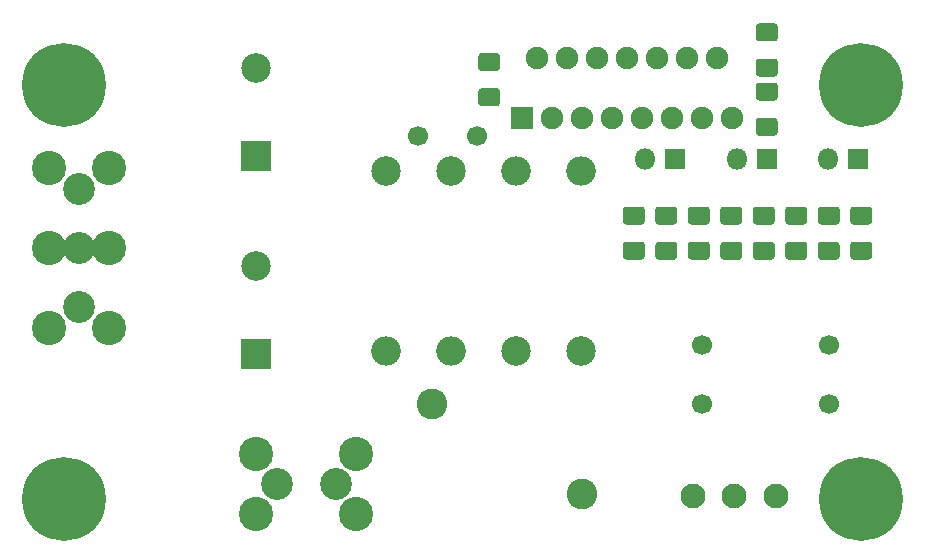
<source format=gbr>
%TF.GenerationSoftware,KiCad,Pcbnew,(5.1.6-0)*%
%TF.CreationDate,2023-05-08T15:40:48-07:00*%
%TF.ProjectId,LM1876x2_bal,4c4d3138-3736-4783-925f-62616c2e6b69,rev?*%
%TF.SameCoordinates,Original*%
%TF.FileFunction,Soldermask,Top*%
%TF.FilePolarity,Negative*%
%FSLAX46Y46*%
G04 Gerber Fmt 4.6, Leading zero omitted, Abs format (unit mm)*
G04 Created by KiCad (PCBNEW (5.1.6-0)) date 2023-05-08 15:40:48*
%MOMM*%
%LPD*%
G01*
G04 APERTURE LIST*
%ADD10O,1.800000X1.800000*%
%ADD11R,1.800000X1.800000*%
%ADD12C,2.700000*%
%ADD13O,2.500000X2.500000*%
%ADD14C,2.500000*%
%ADD15C,0.900000*%
%ADD16C,7.100000*%
%ADD17O,1.900000X1.900000*%
%ADD18R,1.900000X1.900000*%
%ADD19C,2.600000*%
%ADD20C,2.900000*%
%ADD21C,2.100000*%
%ADD22C,1.700000*%
%ADD23R,2.500000X2.500000*%
G04 APERTURE END LIST*
D10*
%TO.C,J11*%
X145960000Y-67500000D03*
D11*
X148500000Y-67500000D03*
%TD*%
D10*
%TO.C,J10*%
X138210000Y-67500000D03*
D11*
X140750000Y-67500000D03*
%TD*%
D10*
%TO.C,J9*%
X130460000Y-67500000D03*
D11*
X133000000Y-67500000D03*
%TD*%
%TO.C,R4*%
G36*
G01*
X142592544Y-74475000D02*
X143907456Y-74475000D01*
G75*
G02*
X144175000Y-74742544I0J-267544D01*
G01*
X144175000Y-75732456D01*
G75*
G02*
X143907456Y-76000000I-267544J0D01*
G01*
X142592544Y-76000000D01*
G75*
G02*
X142325000Y-75732456I0J267544D01*
G01*
X142325000Y-74742544D01*
G75*
G02*
X142592544Y-74475000I267544J0D01*
G01*
G37*
G36*
G01*
X142592544Y-71500000D02*
X143907456Y-71500000D01*
G75*
G02*
X144175000Y-71767544I0J-267544D01*
G01*
X144175000Y-72757456D01*
G75*
G02*
X143907456Y-73025000I-267544J0D01*
G01*
X142592544Y-73025000D01*
G75*
G02*
X142325000Y-72757456I0J267544D01*
G01*
X142325000Y-71767544D01*
G75*
G02*
X142592544Y-71500000I267544J0D01*
G01*
G37*
%TD*%
D12*
%TO.C,J2*%
X104250000Y-95000000D03*
X99250000Y-95000000D03*
%TD*%
D13*
%TO.C,R9*%
X125000000Y-68510000D03*
D14*
X125000000Y-83750000D03*
%TD*%
D15*
%TO.C,H4*%
X150606155Y-94393845D03*
X148750000Y-93625000D03*
X146893845Y-94393845D03*
X146125000Y-96250000D03*
X146893845Y-98106155D03*
X148750000Y-98875000D03*
X150606155Y-98106155D03*
X151375000Y-96250000D03*
D16*
X148750000Y-96250000D03*
%TD*%
D15*
%TO.C,H3*%
X150606155Y-59393845D03*
X148750000Y-58625000D03*
X146893845Y-59393845D03*
X146125000Y-61250000D03*
X146893845Y-63106155D03*
X148750000Y-63875000D03*
X150606155Y-63106155D03*
X151375000Y-61250000D03*
D16*
X148750000Y-61250000D03*
%TD*%
D15*
%TO.C,H2*%
X83106155Y-59393845D03*
X81250000Y-58625000D03*
X79393845Y-59393845D03*
X78625000Y-61250000D03*
X79393845Y-63106155D03*
X81250000Y-63875000D03*
X83106155Y-63106155D03*
X83875000Y-61250000D03*
D16*
X81250000Y-61250000D03*
%TD*%
D15*
%TO.C,H1*%
X83106155Y-94393845D03*
X81250000Y-93625000D03*
X79393845Y-94393845D03*
X78625000Y-96250000D03*
X79393845Y-98106155D03*
X81250000Y-98875000D03*
X83106155Y-98106155D03*
X83875000Y-96250000D03*
D16*
X81250000Y-96250000D03*
%TD*%
D17*
%TO.C,U1*%
X137780000Y-64000000D03*
X136510000Y-58920000D03*
X135240000Y-64000000D03*
X133970000Y-58920000D03*
X132700000Y-64000000D03*
X131430000Y-58920000D03*
X130160000Y-64000000D03*
X128890000Y-58920000D03*
X127620000Y-64000000D03*
X126350000Y-58920000D03*
X125080000Y-64000000D03*
X123810000Y-58920000D03*
X122540000Y-64000000D03*
X121270000Y-58920000D03*
D18*
X120000000Y-64000000D03*
%TD*%
D13*
%TO.C,R12*%
X108500000Y-83740000D03*
D14*
X108500000Y-68500000D03*
%TD*%
D13*
%TO.C,R11*%
X114000000Y-83740000D03*
D14*
X114000000Y-68500000D03*
%TD*%
D13*
%TO.C,R10*%
X119500000Y-68510000D03*
D14*
X119500000Y-83750000D03*
%TD*%
%TO.C,R8*%
G36*
G01*
X141157456Y-73025000D02*
X139842544Y-73025000D01*
G75*
G02*
X139575000Y-72757456I0J267544D01*
G01*
X139575000Y-71767544D01*
G75*
G02*
X139842544Y-71500000I267544J0D01*
G01*
X141157456Y-71500000D01*
G75*
G02*
X141425000Y-71767544I0J-267544D01*
G01*
X141425000Y-72757456D01*
G75*
G02*
X141157456Y-73025000I-267544J0D01*
G01*
G37*
G36*
G01*
X141157456Y-76000000D02*
X139842544Y-76000000D01*
G75*
G02*
X139575000Y-75732456I0J267544D01*
G01*
X139575000Y-74742544D01*
G75*
G02*
X139842544Y-74475000I267544J0D01*
G01*
X141157456Y-74475000D01*
G75*
G02*
X141425000Y-74742544I0J-267544D01*
G01*
X141425000Y-75732456D01*
G75*
G02*
X141157456Y-76000000I-267544J0D01*
G01*
G37*
%TD*%
%TO.C,R7*%
G36*
G01*
X149407456Y-73025000D02*
X148092544Y-73025000D01*
G75*
G02*
X147825000Y-72757456I0J267544D01*
G01*
X147825000Y-71767544D01*
G75*
G02*
X148092544Y-71500000I267544J0D01*
G01*
X149407456Y-71500000D01*
G75*
G02*
X149675000Y-71767544I0J-267544D01*
G01*
X149675000Y-72757456D01*
G75*
G02*
X149407456Y-73025000I-267544J0D01*
G01*
G37*
G36*
G01*
X149407456Y-76000000D02*
X148092544Y-76000000D01*
G75*
G02*
X147825000Y-75732456I0J267544D01*
G01*
X147825000Y-74742544D01*
G75*
G02*
X148092544Y-74475000I267544J0D01*
G01*
X149407456Y-74475000D01*
G75*
G02*
X149675000Y-74742544I0J-267544D01*
G01*
X149675000Y-75732456D01*
G75*
G02*
X149407456Y-76000000I-267544J0D01*
G01*
G37*
%TD*%
%TO.C,R6*%
G36*
G01*
X130157456Y-73025000D02*
X128842544Y-73025000D01*
G75*
G02*
X128575000Y-72757456I0J267544D01*
G01*
X128575000Y-71767544D01*
G75*
G02*
X128842544Y-71500000I267544J0D01*
G01*
X130157456Y-71500000D01*
G75*
G02*
X130425000Y-71767544I0J-267544D01*
G01*
X130425000Y-72757456D01*
G75*
G02*
X130157456Y-73025000I-267544J0D01*
G01*
G37*
G36*
G01*
X130157456Y-76000000D02*
X128842544Y-76000000D01*
G75*
G02*
X128575000Y-75732456I0J267544D01*
G01*
X128575000Y-74742544D01*
G75*
G02*
X128842544Y-74475000I267544J0D01*
G01*
X130157456Y-74475000D01*
G75*
G02*
X130425000Y-74742544I0J-267544D01*
G01*
X130425000Y-75732456D01*
G75*
G02*
X130157456Y-76000000I-267544J0D01*
G01*
G37*
%TD*%
%TO.C,R5*%
G36*
G01*
X138407456Y-73025000D02*
X137092544Y-73025000D01*
G75*
G02*
X136825000Y-72757456I0J267544D01*
G01*
X136825000Y-71767544D01*
G75*
G02*
X137092544Y-71500000I267544J0D01*
G01*
X138407456Y-71500000D01*
G75*
G02*
X138675000Y-71767544I0J-267544D01*
G01*
X138675000Y-72757456D01*
G75*
G02*
X138407456Y-73025000I-267544J0D01*
G01*
G37*
G36*
G01*
X138407456Y-76000000D02*
X137092544Y-76000000D01*
G75*
G02*
X136825000Y-75732456I0J267544D01*
G01*
X136825000Y-74742544D01*
G75*
G02*
X137092544Y-74475000I267544J0D01*
G01*
X138407456Y-74475000D01*
G75*
G02*
X138675000Y-74742544I0J-267544D01*
G01*
X138675000Y-75732456D01*
G75*
G02*
X138407456Y-76000000I-267544J0D01*
G01*
G37*
%TD*%
%TO.C,R3*%
G36*
G01*
X145342544Y-74475000D02*
X146657456Y-74475000D01*
G75*
G02*
X146925000Y-74742544I0J-267544D01*
G01*
X146925000Y-75732456D01*
G75*
G02*
X146657456Y-76000000I-267544J0D01*
G01*
X145342544Y-76000000D01*
G75*
G02*
X145075000Y-75732456I0J267544D01*
G01*
X145075000Y-74742544D01*
G75*
G02*
X145342544Y-74475000I267544J0D01*
G01*
G37*
G36*
G01*
X145342544Y-71500000D02*
X146657456Y-71500000D01*
G75*
G02*
X146925000Y-71767544I0J-267544D01*
G01*
X146925000Y-72757456D01*
G75*
G02*
X146657456Y-73025000I-267544J0D01*
G01*
X145342544Y-73025000D01*
G75*
G02*
X145075000Y-72757456I0J267544D01*
G01*
X145075000Y-71767544D01*
G75*
G02*
X145342544Y-71500000I267544J0D01*
G01*
G37*
%TD*%
%TO.C,R2*%
G36*
G01*
X131592544Y-74475000D02*
X132907456Y-74475000D01*
G75*
G02*
X133175000Y-74742544I0J-267544D01*
G01*
X133175000Y-75732456D01*
G75*
G02*
X132907456Y-76000000I-267544J0D01*
G01*
X131592544Y-76000000D01*
G75*
G02*
X131325000Y-75732456I0J267544D01*
G01*
X131325000Y-74742544D01*
G75*
G02*
X131592544Y-74475000I267544J0D01*
G01*
G37*
G36*
G01*
X131592544Y-71500000D02*
X132907456Y-71500000D01*
G75*
G02*
X133175000Y-71767544I0J-267544D01*
G01*
X133175000Y-72757456D01*
G75*
G02*
X132907456Y-73025000I-267544J0D01*
G01*
X131592544Y-73025000D01*
G75*
G02*
X131325000Y-72757456I0J267544D01*
G01*
X131325000Y-71767544D01*
G75*
G02*
X131592544Y-71500000I267544J0D01*
G01*
G37*
%TD*%
%TO.C,R1*%
G36*
G01*
X134342544Y-74475000D02*
X135657456Y-74475000D01*
G75*
G02*
X135925000Y-74742544I0J-267544D01*
G01*
X135925000Y-75732456D01*
G75*
G02*
X135657456Y-76000000I-267544J0D01*
G01*
X134342544Y-76000000D01*
G75*
G02*
X134075000Y-75732456I0J267544D01*
G01*
X134075000Y-74742544D01*
G75*
G02*
X134342544Y-74475000I267544J0D01*
G01*
G37*
G36*
G01*
X134342544Y-71500000D02*
X135657456Y-71500000D01*
G75*
G02*
X135925000Y-71767544I0J-267544D01*
G01*
X135925000Y-72757456D01*
G75*
G02*
X135657456Y-73025000I-267544J0D01*
G01*
X134342544Y-73025000D01*
G75*
G02*
X134075000Y-72757456I0J267544D01*
G01*
X134075000Y-71767544D01*
G75*
G02*
X134342544Y-71500000I267544J0D01*
G01*
G37*
%TD*%
D19*
%TO.C,L1*%
X112400000Y-88190000D03*
X125100000Y-95810000D03*
%TD*%
D20*
%TO.C,J8*%
X85040000Y-81750000D03*
X79960000Y-81750000D03*
%TD*%
%TO.C,J7*%
X85040000Y-75000000D03*
X79960000Y-75000000D03*
%TD*%
%TO.C,J6*%
X85040000Y-68250000D03*
X79960000Y-68250000D03*
%TD*%
%TO.C,J5*%
X97500000Y-92460000D03*
X97500000Y-97540000D03*
%TD*%
%TO.C,J4*%
X106000000Y-92460000D03*
X106000000Y-97540000D03*
%TD*%
D12*
%TO.C,J3*%
X82500000Y-80000000D03*
X82500000Y-75000000D03*
X82500000Y-70000000D03*
%TD*%
D21*
%TO.C,J1*%
X141500000Y-96000000D03*
X138000000Y-96000000D03*
X134500000Y-96000000D03*
%TD*%
D22*
%TO.C,C9*%
X111250000Y-65500000D03*
X116250000Y-65500000D03*
%TD*%
%TO.C,C8*%
G36*
G01*
X140092544Y-58975000D02*
X141407456Y-58975000D01*
G75*
G02*
X141675000Y-59242544I0J-267544D01*
G01*
X141675000Y-60232456D01*
G75*
G02*
X141407456Y-60500000I-267544J0D01*
G01*
X140092544Y-60500000D01*
G75*
G02*
X139825000Y-60232456I0J267544D01*
G01*
X139825000Y-59242544D01*
G75*
G02*
X140092544Y-58975000I267544J0D01*
G01*
G37*
G36*
G01*
X140092544Y-56000000D02*
X141407456Y-56000000D01*
G75*
G02*
X141675000Y-56267544I0J-267544D01*
G01*
X141675000Y-57257456D01*
G75*
G02*
X141407456Y-57525000I-267544J0D01*
G01*
X140092544Y-57525000D01*
G75*
G02*
X139825000Y-57257456I0J267544D01*
G01*
X139825000Y-56267544D01*
G75*
G02*
X140092544Y-56000000I267544J0D01*
G01*
G37*
%TD*%
%TO.C,C7*%
G36*
G01*
X140092544Y-63975000D02*
X141407456Y-63975000D01*
G75*
G02*
X141675000Y-64242544I0J-267544D01*
G01*
X141675000Y-65232456D01*
G75*
G02*
X141407456Y-65500000I-267544J0D01*
G01*
X140092544Y-65500000D01*
G75*
G02*
X139825000Y-65232456I0J267544D01*
G01*
X139825000Y-64242544D01*
G75*
G02*
X140092544Y-63975000I267544J0D01*
G01*
G37*
G36*
G01*
X140092544Y-61000000D02*
X141407456Y-61000000D01*
G75*
G02*
X141675000Y-61267544I0J-267544D01*
G01*
X141675000Y-62257456D01*
G75*
G02*
X141407456Y-62525000I-267544J0D01*
G01*
X140092544Y-62525000D01*
G75*
G02*
X139825000Y-62257456I0J267544D01*
G01*
X139825000Y-61267544D01*
G75*
G02*
X140092544Y-61000000I267544J0D01*
G01*
G37*
%TD*%
%TO.C,C5*%
G36*
G01*
X116592544Y-61475000D02*
X117907456Y-61475000D01*
G75*
G02*
X118175000Y-61742544I0J-267544D01*
G01*
X118175000Y-62732456D01*
G75*
G02*
X117907456Y-63000000I-267544J0D01*
G01*
X116592544Y-63000000D01*
G75*
G02*
X116325000Y-62732456I0J267544D01*
G01*
X116325000Y-61742544D01*
G75*
G02*
X116592544Y-61475000I267544J0D01*
G01*
G37*
G36*
G01*
X116592544Y-58500000D02*
X117907456Y-58500000D01*
G75*
G02*
X118175000Y-58767544I0J-267544D01*
G01*
X118175000Y-59757456D01*
G75*
G02*
X117907456Y-60025000I-267544J0D01*
G01*
X116592544Y-60025000D01*
G75*
G02*
X116325000Y-59757456I0J267544D01*
G01*
X116325000Y-58767544D01*
G75*
G02*
X116592544Y-58500000I267544J0D01*
G01*
G37*
%TD*%
D14*
%TO.C,C4*%
X97500000Y-59750000D03*
D23*
X97500000Y-67250000D03*
%TD*%
D14*
%TO.C,C3*%
X97500000Y-76500000D03*
D23*
X97500000Y-84000000D03*
%TD*%
D22*
%TO.C,C2*%
X135250000Y-88250000D03*
X135250000Y-83250000D03*
%TD*%
%TO.C,C1*%
X146000000Y-88250000D03*
X146000000Y-83250000D03*
%TD*%
M02*

</source>
